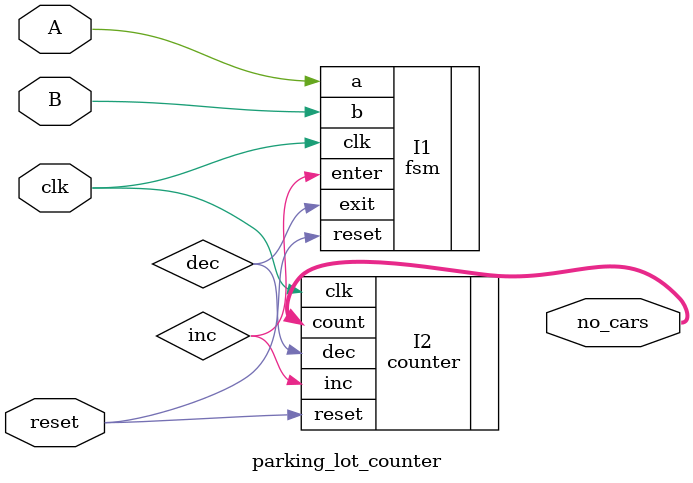
<source format=sv>
`timescale 1ns / 1ps

module parking_lot_counter(
    input clk,
    input reset,
    input A,
    input B,
    output [3:0] no_cars
    );
    
    //internal variables
    wire inc, dec;
    
    //instantiating fsm
    fsm I1 (.clk(clk), .reset(reset), .a(A), .b(B), .enter(inc), .exit(dec));
    //instantiating counter
    counter I2 (.clk(clk), .reset(reset), .inc(inc), .dec(dec), .count(no_cars));
    
endmodule

</source>
